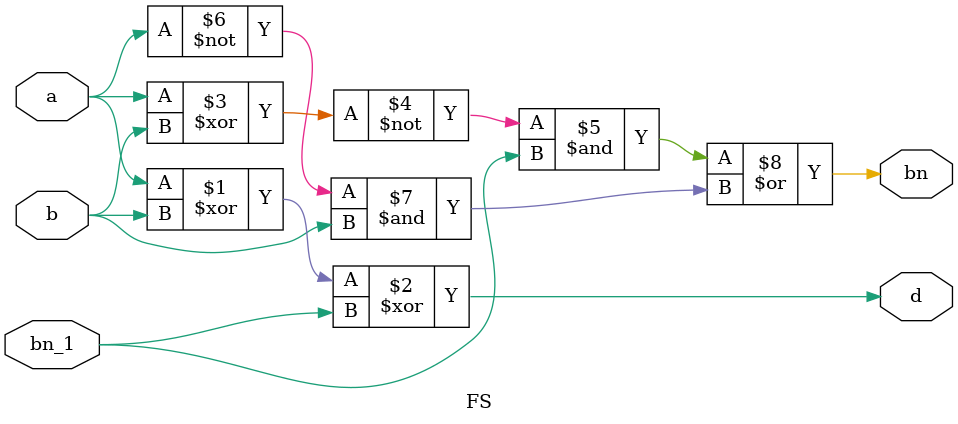
<source format=v>
`timescale 1ns / 1ps

module FS(
input a,b,bn_1,
output bn, d
    );
 
    assign d= a^b^(bn_1),
    bn = (~(a^b)&(bn_1))|(~a&b);
endmodule

</source>
